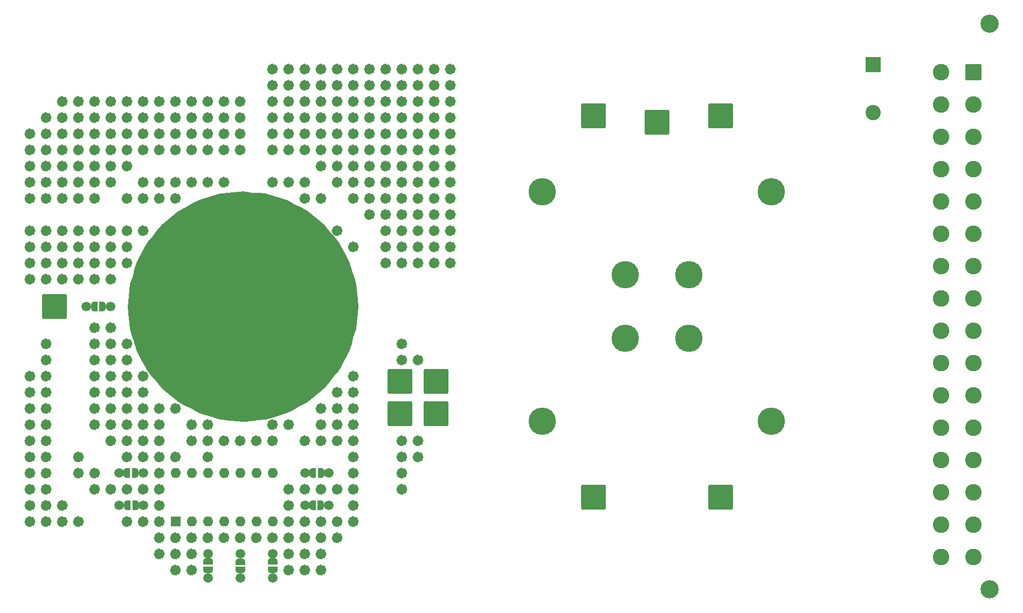
<source format=gbr>
%TF.GenerationSoftware,KiCad,Pcbnew,(6.0.0)*%
%TF.CreationDate,2022-01-14T12:57:49+01:00*%
%TF.ProjectId,ADRmu,4144526d-752e-46b6-9963-61645f706362,rev?*%
%TF.SameCoordinates,Original*%
%TF.FileFunction,Soldermask,Bot*%
%TF.FilePolarity,Negative*%
%FSLAX46Y46*%
G04 Gerber Fmt 4.6, Leading zero omitted, Abs format (unit mm)*
G04 Created by KiCad (PCBNEW (6.0.0)) date 2022-01-14 12:57:49*
%MOMM*%
%LPD*%
G01*
G04 APERTURE LIST*
G04 Aperture macros list*
%AMRoundRect*
0 Rectangle with rounded corners*
0 $1 Rounding radius*
0 $2 $3 $4 $5 $6 $7 $8 $9 X,Y pos of 4 corners*
0 Add a 4 corners polygon primitive as box body*
4,1,4,$2,$3,$4,$5,$6,$7,$8,$9,$2,$3,0*
0 Add four circle primitives for the rounded corners*
1,1,$1+$1,$2,$3*
1,1,$1+$1,$4,$5*
1,1,$1+$1,$6,$7*
1,1,$1+$1,$8,$9*
0 Add four rect primitives between the rounded corners*
20,1,$1+$1,$2,$3,$4,$5,0*
20,1,$1+$1,$4,$5,$6,$7,0*
20,1,$1+$1,$6,$7,$8,$9,0*
20,1,$1+$1,$8,$9,$2,$3,0*%
%AMFreePoly0*
4,1,22,0.500000,-0.750000,0.000000,-0.750000,0.000000,-0.745033,-0.079941,-0.743568,-0.215256,-0.701293,-0.333266,-0.622738,-0.424486,-0.514219,-0.481581,-0.384460,-0.499164,-0.250000,-0.500000,-0.250000,-0.500000,0.250000,-0.499164,0.250000,-0.499963,0.256109,-0.478152,0.396186,-0.417904,0.524511,-0.324060,0.630769,-0.204165,0.706417,-0.067858,0.745374,0.000000,0.744959,0.000000,0.750000,
0.500000,0.750000,0.500000,-0.750000,0.500000,-0.750000,$1*%
%AMFreePoly1*
4,1,20,0.000000,0.744959,0.073905,0.744508,0.209726,0.703889,0.328688,0.626782,0.421226,0.519385,0.479903,0.390333,0.500000,0.250000,0.500000,-0.250000,0.499851,-0.262216,0.476331,-0.402017,0.414519,-0.529596,0.319384,-0.634700,0.198574,-0.708877,0.061801,-0.746166,0.000000,-0.745033,0.000000,-0.750000,-0.500000,-0.750000,-0.500000,0.750000,0.000000,0.750000,0.000000,0.744959,
0.000000,0.744959,$1*%
G04 Aperture macros list end*
%ADD10C,0.875000*%
%ADD11C,18.100000*%
%ADD12RoundRect,0.250002X1.699998X1.699998X-1.699998X1.699998X-1.699998X-1.699998X1.699998X-1.699998X0*%
%ADD13C,4.300000*%
%ADD14RoundRect,0.250002X-1.699998X-1.699998X1.699998X-1.699998X1.699998X1.699998X-1.699998X1.699998X0*%
%ADD15C,2.850000*%
%ADD16RoundRect,0.250000X-1.050000X1.050000X-1.050000X-1.050000X1.050000X-1.050000X1.050000X1.050000X0*%
%ADD17C,2.600000*%
%ADD18C,1.500000*%
%ADD19R,2.400000X2.400000*%
%ADD20C,2.400000*%
%ADD21O,1.200000X1.600000*%
%ADD22O,1.200000X1.200000*%
%ADD23R,1.600000X1.600000*%
%ADD24O,1.600000X1.600000*%
%ADD25FreePoly0,180.000000*%
%ADD26FreePoly1,180.000000*%
%ADD27FreePoly0,270.000000*%
%ADD28FreePoly1,270.000000*%
%ADD29FreePoly0,0.000000*%
%ADD30FreePoly1,0.000000*%
G04 APERTURE END LIST*
D10*
X84572500Y-72840000D02*
G75*
G03*
X84572500Y-72840000I-437500J0D01*
G01*
X135372500Y-121100000D02*
G75*
G03*
X135372500Y-121100000I-437500J0D01*
G01*
X79492500Y-95700000D02*
G75*
G03*
X79492500Y-95700000I-437500J0D01*
G01*
X89652500Y-77920000D02*
G75*
G03*
X89652500Y-77920000I-437500J0D01*
G01*
X107432500Y-67760000D02*
G75*
G03*
X107432500Y-67760000I-437500J0D01*
G01*
X89652500Y-118560000D02*
G75*
G03*
X89652500Y-118560000I-437500J0D01*
G01*
X115052500Y-118560000D02*
G75*
G03*
X115052500Y-118560000I-437500J0D01*
G01*
X142992500Y-75380000D02*
G75*
G03*
X142992500Y-75380000I-437500J0D01*
G01*
X140452500Y-67760000D02*
G75*
G03*
X140452500Y-67760000I-437500J0D01*
G01*
X132832500Y-75380000D02*
G75*
G03*
X132832500Y-75380000I-437500J0D01*
G01*
X127752500Y-128720000D02*
G75*
G03*
X127752500Y-128720000I-437500J0D01*
G01*
X122672500Y-116020000D02*
G75*
G03*
X122672500Y-116020000I-437500J0D01*
G01*
X140452500Y-90620000D02*
G75*
G03*
X140452500Y-90620000I-437500J0D01*
G01*
X94732500Y-118560000D02*
G75*
G03*
X94732500Y-118560000I-437500J0D01*
G01*
X117592500Y-133800000D02*
G75*
G03*
X117592500Y-133800000I-437500J0D01*
G01*
X122672500Y-141420000D02*
G75*
G03*
X122672500Y-141420000I-437500J0D01*
G01*
X117592500Y-72840000D02*
G75*
G03*
X117592500Y-72840000I-437500J0D01*
G01*
X140452500Y-62680000D02*
G75*
G03*
X140452500Y-62680000I-437500J0D01*
G01*
X127752500Y-75380000D02*
G75*
G03*
X127752500Y-75380000I-437500J0D01*
G01*
X140452500Y-70300000D02*
G75*
G03*
X140452500Y-70300000I-437500J0D01*
G01*
X102352500Y-138880000D02*
G75*
G03*
X102352500Y-138880000I-437500J0D01*
G01*
X127752500Y-113480000D02*
G75*
G03*
X127752500Y-113480000I-437500J0D01*
G01*
X132832500Y-93160000D02*
G75*
G03*
X132832500Y-93160000I-437500J0D01*
G01*
X122672500Y-62680000D02*
G75*
G03*
X122672500Y-62680000I-437500J0D01*
G01*
X87112500Y-126180000D02*
G75*
G03*
X87112500Y-126180000I-437500J0D01*
G01*
X79492500Y-123640000D02*
G75*
G03*
X79492500Y-123640000I-437500J0D01*
G01*
X120132500Y-72840000D02*
G75*
G03*
X120132500Y-72840000I-437500J0D01*
G01*
X76952500Y-75380000D02*
G75*
G03*
X76952500Y-75380000I-437500J0D01*
G01*
X120132500Y-136340000D02*
G75*
G03*
X120132500Y-136340000I-437500J0D01*
G01*
X109972500Y-136340000D02*
G75*
G03*
X109972500Y-136340000I-437500J0D01*
G01*
X99812500Y-141420000D02*
G75*
G03*
X99812500Y-141420000I-437500J0D01*
G01*
X84572500Y-93160000D02*
G75*
G03*
X84572500Y-93160000I-437500J0D01*
G01*
X87112500Y-116020000D02*
G75*
G03*
X87112500Y-116020000I-437500J0D01*
G01*
X117592500Y-131260000D02*
G75*
G03*
X117592500Y-131260000I-437500J0D01*
G01*
X127752500Y-72840000D02*
G75*
G03*
X127752500Y-72840000I-437500J0D01*
G01*
X122672500Y-75380000D02*
G75*
G03*
X122672500Y-75380000I-437500J0D01*
G01*
X127752500Y-126180000D02*
G75*
G03*
X127752500Y-126180000I-437500J0D01*
G01*
X140452500Y-88080000D02*
G75*
G03*
X140452500Y-88080000I-437500J0D01*
G01*
X140452500Y-72840000D02*
G75*
G03*
X140452500Y-72840000I-437500J0D01*
G01*
X79492500Y-80460000D02*
G75*
G03*
X79492500Y-80460000I-437500J0D01*
G01*
X84572500Y-80460000D02*
G75*
G03*
X84572500Y-80460000I-437500J0D01*
G01*
X104892500Y-75380000D02*
G75*
G03*
X104892500Y-75380000I-437500J0D01*
G01*
X97272500Y-121100000D02*
G75*
G03*
X97272500Y-121100000I-437500J0D01*
G01*
X137912500Y-108400000D02*
G75*
G03*
X137912500Y-108400000I-437500J0D01*
G01*
X137912500Y-80460000D02*
G75*
G03*
X137912500Y-80460000I-437500J0D01*
G01*
X99812500Y-67760000D02*
G75*
G03*
X99812500Y-67760000I-437500J0D01*
G01*
X97272500Y-70300000D02*
G75*
G03*
X97272500Y-70300000I-437500J0D01*
G01*
X135372500Y-90620000D02*
G75*
G03*
X135372500Y-90620000I-437500J0D01*
G01*
X142992500Y-88080000D02*
G75*
G03*
X142992500Y-88080000I-437500J0D01*
G01*
X109972500Y-121100000D02*
G75*
G03*
X109972500Y-121100000I-437500J0D01*
G01*
X135372500Y-85540000D02*
G75*
G03*
X135372500Y-85540000I-437500J0D01*
G01*
X135372500Y-108400000D02*
G75*
G03*
X135372500Y-108400000I-437500J0D01*
G01*
X89652500Y-72840000D02*
G75*
G03*
X89652500Y-72840000I-437500J0D01*
G01*
X135372500Y-93160000D02*
G75*
G03*
X135372500Y-93160000I-437500J0D01*
G01*
X97272500Y-126180000D02*
G75*
G03*
X97272500Y-126180000I-437500J0D01*
G01*
X102352500Y-118560000D02*
G75*
G03*
X102352500Y-118560000I-437500J0D01*
G01*
X137912500Y-62680000D02*
G75*
G03*
X137912500Y-62680000I-437500J0D01*
G01*
X132832500Y-90620000D02*
G75*
G03*
X132832500Y-90620000I-437500J0D01*
G01*
X142992500Y-62680000D02*
G75*
G03*
X142992500Y-62680000I-437500J0D01*
G01*
X127752500Y-133800000D02*
G75*
G03*
X127752500Y-133800000I-437500J0D01*
G01*
X89652500Y-88080000D02*
G75*
G03*
X89652500Y-88080000I-437500J0D01*
G01*
X142992500Y-77920000D02*
G75*
G03*
X142992500Y-77920000I-437500J0D01*
G01*
X89652500Y-103320000D02*
G75*
G03*
X89652500Y-103320000I-437500J0D01*
G01*
X79492500Y-118560000D02*
G75*
G03*
X79492500Y-118560000I-437500J0D01*
G01*
X142992500Y-70300000D02*
G75*
G03*
X142992500Y-70300000I-437500J0D01*
G01*
X94732500Y-75380000D02*
G75*
G03*
X94732500Y-75380000I-437500J0D01*
G01*
X94732500Y-88080000D02*
G75*
G03*
X94732500Y-88080000I-437500J0D01*
G01*
X102352500Y-141420000D02*
G75*
G03*
X102352500Y-141420000I-437500J0D01*
G01*
X87112500Y-90620000D02*
G75*
G03*
X87112500Y-90620000I-437500J0D01*
G01*
X76952500Y-90620000D02*
G75*
G03*
X76952500Y-90620000I-437500J0D01*
G01*
X127752500Y-110940000D02*
G75*
G03*
X127752500Y-110940000I-437500J0D01*
G01*
X89652500Y-93160000D02*
G75*
G03*
X89652500Y-93160000I-437500J0D01*
G01*
X79492500Y-131260000D02*
G75*
G03*
X79492500Y-131260000I-437500J0D01*
G01*
X87112500Y-93160000D02*
G75*
G03*
X87112500Y-93160000I-437500J0D01*
G01*
X82032500Y-67760000D02*
G75*
G03*
X82032500Y-67760000I-437500J0D01*
G01*
X82032500Y-80460000D02*
G75*
G03*
X82032500Y-80460000I-437500J0D01*
G01*
X125212500Y-128720000D02*
G75*
G03*
X125212500Y-128720000I-437500J0D01*
G01*
X125212500Y-80460000D02*
G75*
G03*
X125212500Y-80460000I-437500J0D01*
G01*
X94732500Y-72840000D02*
G75*
G03*
X94732500Y-72840000I-437500J0D01*
G01*
X140452500Y-85540000D02*
G75*
G03*
X140452500Y-85540000I-437500J0D01*
G01*
X117592500Y-70300000D02*
G75*
G03*
X117592500Y-70300000I-437500J0D01*
G01*
X130292500Y-70300000D02*
G75*
G03*
X130292500Y-70300000I-437500J0D01*
G01*
X135372500Y-67760000D02*
G75*
G03*
X135372500Y-67760000I-437500J0D01*
G01*
X102352500Y-80460000D02*
G75*
G03*
X102352500Y-80460000I-437500J0D01*
G01*
X127752500Y-80460000D02*
G75*
G03*
X127752500Y-80460000I-437500J0D01*
G01*
X89652500Y-113480000D02*
G75*
G03*
X89652500Y-113480000I-437500J0D01*
G01*
X97272500Y-75380000D02*
G75*
G03*
X97272500Y-75380000I-437500J0D01*
G01*
X132832500Y-67760000D02*
G75*
G03*
X132832500Y-67760000I-437500J0D01*
G01*
X84572500Y-70300000D02*
G75*
G03*
X84572500Y-70300000I-437500J0D01*
G01*
X127752500Y-67760000D02*
G75*
G03*
X127752500Y-67760000I-437500J0D01*
G01*
X135372500Y-128720000D02*
G75*
G03*
X135372500Y-128720000I-437500J0D01*
G01*
X92192500Y-90620000D02*
G75*
G03*
X92192500Y-90620000I-437500J0D01*
G01*
X125212500Y-75380000D02*
G75*
G03*
X125212500Y-75380000I-437500J0D01*
G01*
X99812500Y-75380000D02*
G75*
G03*
X99812500Y-75380000I-437500J0D01*
G01*
X120132500Y-80460000D02*
G75*
G03*
X120132500Y-80460000I-437500J0D01*
G01*
X107432500Y-75380000D02*
G75*
G03*
X107432500Y-75380000I-437500J0D01*
G01*
X87112500Y-75380000D02*
G75*
G03*
X87112500Y-75380000I-437500J0D01*
G01*
X135372500Y-105860000D02*
G75*
G03*
X135372500Y-105860000I-437500J0D01*
G01*
X94732500Y-67760000D02*
G75*
G03*
X94732500Y-67760000I-437500J0D01*
G01*
X89652500Y-80460000D02*
G75*
G03*
X89652500Y-80460000I-437500J0D01*
G01*
X115052500Y-75380000D02*
G75*
G03*
X115052500Y-75380000I-437500J0D01*
G01*
X89652500Y-116020000D02*
G75*
G03*
X89652500Y-116020000I-437500J0D01*
G01*
X94732500Y-133800000D02*
G75*
G03*
X94732500Y-133800000I-437500J0D01*
G01*
X127752500Y-121100000D02*
G75*
G03*
X127752500Y-121100000I-437500J0D01*
G01*
X94732500Y-103320000D02*
G75*
G03*
X94732500Y-103320000I-437500J0D01*
G01*
X135372500Y-65220000D02*
G75*
G03*
X135372500Y-65220000I-437500J0D01*
G01*
X97272500Y-128720000D02*
G75*
G03*
X97272500Y-128720000I-437500J0D01*
G01*
X137912500Y-88080000D02*
G75*
G03*
X137912500Y-88080000I-437500J0D01*
G01*
X127752500Y-83000000D02*
G75*
G03*
X127752500Y-83000000I-437500J0D01*
G01*
X87112500Y-103320000D02*
G75*
G03*
X87112500Y-103320000I-437500J0D01*
G01*
X94732500Y-110940000D02*
G75*
G03*
X94732500Y-110940000I-437500J0D01*
G01*
X84572500Y-67760000D02*
G75*
G03*
X84572500Y-67760000I-437500J0D01*
G01*
X127752500Y-131260000D02*
G75*
G03*
X127752500Y-131260000I-437500J0D01*
G01*
X125212500Y-116020000D02*
G75*
G03*
X125212500Y-116020000I-437500J0D01*
G01*
X125212500Y-88080000D02*
G75*
G03*
X125212500Y-88080000I-437500J0D01*
G01*
X135372500Y-75380000D02*
G75*
G03*
X135372500Y-75380000I-437500J0D01*
G01*
X130292500Y-85540000D02*
G75*
G03*
X130292500Y-85540000I-437500J0D01*
G01*
X82032500Y-70300000D02*
G75*
G03*
X82032500Y-70300000I-437500J0D01*
G01*
X92192500Y-93160000D02*
G75*
G03*
X92192500Y-93160000I-437500J0D01*
G01*
X120132500Y-138880000D02*
G75*
G03*
X120132500Y-138880000I-437500J0D01*
G01*
X109972500Y-72840000D02*
G75*
G03*
X109972500Y-72840000I-437500J0D01*
G01*
X79492500Y-105860000D02*
G75*
G03*
X79492500Y-105860000I-437500J0D01*
G01*
X102352500Y-121100000D02*
G75*
G03*
X102352500Y-121100000I-437500J0D01*
G01*
X130292500Y-77920000D02*
G75*
G03*
X130292500Y-77920000I-437500J0D01*
G01*
X115052500Y-70300000D02*
G75*
G03*
X115052500Y-70300000I-437500J0D01*
G01*
X125212500Y-65220000D02*
G75*
G03*
X125212500Y-65220000I-437500J0D01*
G01*
X142992500Y-93160000D02*
G75*
G03*
X142992500Y-93160000I-437500J0D01*
G01*
X87112500Y-72840000D02*
G75*
G03*
X87112500Y-72840000I-437500J0D01*
G01*
X122672500Y-72840000D02*
G75*
G03*
X122672500Y-72840000I-437500J0D01*
G01*
X120132500Y-121100000D02*
G75*
G03*
X120132500Y-121100000I-437500J0D01*
G01*
X99812500Y-116020000D02*
G75*
G03*
X99812500Y-116020000I-437500J0D01*
G01*
X99812500Y-136340000D02*
G75*
G03*
X99812500Y-136340000I-437500J0D01*
G01*
X120132500Y-62680000D02*
G75*
G03*
X120132500Y-62680000I-437500J0D01*
G01*
X127752500Y-123640000D02*
G75*
G03*
X127752500Y-123640000I-437500J0D01*
G01*
X135372500Y-77920000D02*
G75*
G03*
X135372500Y-77920000I-437500J0D01*
G01*
X87112500Y-95700000D02*
G75*
G03*
X87112500Y-95700000I-437500J0D01*
G01*
X120132500Y-75380000D02*
G75*
G03*
X120132500Y-75380000I-437500J0D01*
G01*
X132832500Y-72840000D02*
G75*
G03*
X132832500Y-72840000I-437500J0D01*
G01*
X104892500Y-136340000D02*
G75*
G03*
X104892500Y-136340000I-437500J0D01*
G01*
X130292500Y-80460000D02*
G75*
G03*
X130292500Y-80460000I-437500J0D01*
G01*
X127752500Y-62680000D02*
G75*
G03*
X127752500Y-62680000I-437500J0D01*
G01*
X109972500Y-70300000D02*
G75*
G03*
X109972500Y-70300000I-437500J0D01*
G01*
X120132500Y-141420000D02*
G75*
G03*
X120132500Y-141420000I-437500J0D01*
G01*
X99812500Y-72840000D02*
G75*
G03*
X99812500Y-72840000I-437500J0D01*
G01*
X132832500Y-88080000D02*
G75*
G03*
X132832500Y-88080000I-437500J0D01*
G01*
X79492500Y-108400000D02*
G75*
G03*
X79492500Y-108400000I-437500J0D01*
G01*
X117592500Y-80460000D02*
G75*
G03*
X117592500Y-80460000I-437500J0D01*
G01*
X107432500Y-136340000D02*
G75*
G03*
X107432500Y-136340000I-437500J0D01*
G01*
X122672500Y-70300000D02*
G75*
G03*
X122672500Y-70300000I-437500J0D01*
G01*
X107432500Y-80460000D02*
G75*
G03*
X107432500Y-80460000I-437500J0D01*
G01*
X122672500Y-65220000D02*
G75*
G03*
X122672500Y-65220000I-437500J0D01*
G01*
X82032500Y-95700000D02*
G75*
G03*
X82032500Y-95700000I-437500J0D01*
G01*
X122672500Y-67760000D02*
G75*
G03*
X122672500Y-67760000I-437500J0D01*
G01*
X115052500Y-62680000D02*
G75*
G03*
X115052500Y-62680000I-437500J0D01*
G01*
X132832500Y-65220000D02*
G75*
G03*
X132832500Y-65220000I-437500J0D01*
G01*
X132832500Y-80460000D02*
G75*
G03*
X132832500Y-80460000I-437500J0D01*
G01*
X87112500Y-105860000D02*
G75*
G03*
X87112500Y-105860000I-437500J0D01*
G01*
X89652500Y-95700000D02*
G75*
G03*
X89652500Y-95700000I-437500J0D01*
G01*
X107432500Y-121100000D02*
G75*
G03*
X107432500Y-121100000I-437500J0D01*
G01*
X115052500Y-65220000D02*
G75*
G03*
X115052500Y-65220000I-437500J0D01*
G01*
X92192500Y-116020000D02*
G75*
G03*
X92192500Y-116020000I-437500J0D01*
G01*
X125212500Y-133800000D02*
G75*
G03*
X125212500Y-133800000I-437500J0D01*
G01*
X92192500Y-121100000D02*
G75*
G03*
X92192500Y-121100000I-437500J0D01*
G01*
X84572500Y-123640000D02*
G75*
G03*
X84572500Y-123640000I-437500J0D01*
G01*
X135372500Y-88080000D02*
G75*
G03*
X135372500Y-88080000I-437500J0D01*
G01*
X137912500Y-83000000D02*
G75*
G03*
X137912500Y-83000000I-437500J0D01*
G01*
X82032500Y-75380000D02*
G75*
G03*
X82032500Y-75380000I-437500J0D01*
G01*
X92192500Y-133800000D02*
G75*
G03*
X92192500Y-133800000I-437500J0D01*
G01*
X76952500Y-126180000D02*
G75*
G03*
X76952500Y-126180000I-437500J0D01*
G01*
X117592500Y-67760000D02*
G75*
G03*
X117592500Y-67760000I-437500J0D01*
G01*
X140452500Y-77920000D02*
G75*
G03*
X140452500Y-77920000I-437500J0D01*
G01*
X122672500Y-133800000D02*
G75*
G03*
X122672500Y-133800000I-437500J0D01*
G01*
X132832500Y-85540000D02*
G75*
G03*
X132832500Y-85540000I-437500J0D01*
G01*
X142992500Y-85540000D02*
G75*
G03*
X142992500Y-85540000I-437500J0D01*
G01*
X142992500Y-80460000D02*
G75*
G03*
X142992500Y-80460000I-437500J0D01*
G01*
X127752500Y-70300000D02*
G75*
G03*
X127752500Y-70300000I-437500J0D01*
G01*
X140452500Y-83000000D02*
G75*
G03*
X140452500Y-83000000I-437500J0D01*
G01*
X132832500Y-83000000D02*
G75*
G03*
X132832500Y-83000000I-437500J0D01*
G01*
X92192500Y-108400000D02*
G75*
G03*
X92192500Y-108400000I-437500J0D01*
G01*
D11*
X119050000Y-100000000D02*
G75*
G03*
X119050000Y-100000000I-9050000J0D01*
G01*
D10*
X137912500Y-65220000D02*
G75*
G03*
X137912500Y-65220000I-437500J0D01*
G01*
X102352500Y-136340000D02*
G75*
G03*
X102352500Y-136340000I-437500J0D01*
G01*
X97272500Y-136340000D02*
G75*
G03*
X97272500Y-136340000I-437500J0D01*
G01*
X92192500Y-70300000D02*
G75*
G03*
X92192500Y-70300000I-437500J0D01*
G01*
X102352500Y-70300000D02*
G75*
G03*
X102352500Y-70300000I-437500J0D01*
G01*
X79492500Y-90620000D02*
G75*
G03*
X79492500Y-90620000I-437500J0D01*
G01*
X87112500Y-80460000D02*
G75*
G03*
X87112500Y-80460000I-437500J0D01*
G01*
X82032500Y-72840000D02*
G75*
G03*
X82032500Y-72840000I-437500J0D01*
G01*
X94732500Y-116020000D02*
G75*
G03*
X94732500Y-116020000I-437500J0D01*
G01*
X82032500Y-93160000D02*
G75*
G03*
X82032500Y-93160000I-437500J0D01*
G01*
X97272500Y-72840000D02*
G75*
G03*
X97272500Y-72840000I-437500J0D01*
G01*
X120132500Y-67760000D02*
G75*
G03*
X120132500Y-67760000I-437500J0D01*
G01*
X125212500Y-113480000D02*
G75*
G03*
X125212500Y-113480000I-437500J0D01*
G01*
X84572500Y-126180000D02*
G75*
G03*
X84572500Y-126180000I-437500J0D01*
G01*
X99812500Y-83000000D02*
G75*
G03*
X99812500Y-83000000I-437500J0D01*
G01*
X104892500Y-121100000D02*
G75*
G03*
X104892500Y-121100000I-437500J0D01*
G01*
X76952500Y-88080000D02*
G75*
G03*
X76952500Y-88080000I-437500J0D01*
G01*
X125212500Y-72840000D02*
G75*
G03*
X125212500Y-72840000I-437500J0D01*
G01*
X135372500Y-72840000D02*
G75*
G03*
X135372500Y-72840000I-437500J0D01*
G01*
X82032500Y-83000000D02*
G75*
G03*
X82032500Y-83000000I-437500J0D01*
G01*
X135372500Y-70300000D02*
G75*
G03*
X135372500Y-70300000I-437500J0D01*
G01*
X79492500Y-121100000D02*
G75*
G03*
X79492500Y-121100000I-437500J0D01*
G01*
X142992500Y-65220000D02*
G75*
G03*
X142992500Y-65220000I-437500J0D01*
G01*
X84572500Y-88080000D02*
G75*
G03*
X84572500Y-88080000I-437500J0D01*
G01*
X137912500Y-93160000D02*
G75*
G03*
X137912500Y-93160000I-437500J0D01*
G01*
X92192500Y-75380000D02*
G75*
G03*
X92192500Y-75380000I-437500J0D01*
G01*
X120132500Y-70300000D02*
G75*
G03*
X120132500Y-70300000I-437500J0D01*
G01*
X92192500Y-83000000D02*
G75*
G03*
X92192500Y-83000000I-437500J0D01*
G01*
X79492500Y-93160000D02*
G75*
G03*
X79492500Y-93160000I-437500J0D01*
G01*
X120132500Y-133800000D02*
G75*
G03*
X120132500Y-133800000I-437500J0D01*
G01*
X76952500Y-131260000D02*
G75*
G03*
X76952500Y-131260000I-437500J0D01*
G01*
X87112500Y-83000000D02*
G75*
G03*
X87112500Y-83000000I-437500J0D01*
G01*
X94732500Y-83000000D02*
G75*
G03*
X94732500Y-83000000I-437500J0D01*
G01*
X97272500Y-138880000D02*
G75*
G03*
X97272500Y-138880000I-437500J0D01*
G01*
X125212500Y-62680000D02*
G75*
G03*
X125212500Y-62680000I-437500J0D01*
G01*
X84572500Y-133800000D02*
G75*
G03*
X84572500Y-133800000I-437500J0D01*
G01*
X97272500Y-116020000D02*
G75*
G03*
X97272500Y-116020000I-437500J0D01*
G01*
X92192500Y-105860000D02*
G75*
G03*
X92192500Y-105860000I-437500J0D01*
G01*
X112512500Y-121100000D02*
G75*
G03*
X112512500Y-121100000I-437500J0D01*
G01*
X104892500Y-123640000D02*
G75*
G03*
X104892500Y-123640000I-437500J0D01*
G01*
X112512500Y-136340000D02*
G75*
G03*
X112512500Y-136340000I-437500J0D01*
G01*
X117592500Y-62680000D02*
G75*
G03*
X117592500Y-62680000I-437500J0D01*
G01*
X102352500Y-72840000D02*
G75*
G03*
X102352500Y-72840000I-437500J0D01*
G01*
X135372500Y-123640000D02*
G75*
G03*
X135372500Y-123640000I-437500J0D01*
G01*
X127752500Y-90620000D02*
G75*
G03*
X127752500Y-90620000I-437500J0D01*
G01*
X99812500Y-138880000D02*
G75*
G03*
X99812500Y-138880000I-437500J0D01*
G01*
X125212500Y-121100000D02*
G75*
G03*
X125212500Y-121100000I-437500J0D01*
G01*
X79492500Y-88080000D02*
G75*
G03*
X79492500Y-88080000I-437500J0D01*
G01*
X140452500Y-93160000D02*
G75*
G03*
X140452500Y-93160000I-437500J0D01*
G01*
X142992500Y-90620000D02*
G75*
G03*
X142992500Y-90620000I-437500J0D01*
G01*
X89652500Y-108400000D02*
G75*
G03*
X89652500Y-108400000I-437500J0D01*
G01*
X130292500Y-72840000D02*
G75*
G03*
X130292500Y-72840000I-437500J0D01*
G01*
X82032500Y-133800000D02*
G75*
G03*
X82032500Y-133800000I-437500J0D01*
G01*
X76952500Y-80460000D02*
G75*
G03*
X76952500Y-80460000I-437500J0D01*
G01*
X115052500Y-136340000D02*
G75*
G03*
X115052500Y-136340000I-437500J0D01*
G01*
X94732500Y-121100000D02*
G75*
G03*
X94732500Y-121100000I-437500J0D01*
G01*
X130292500Y-83000000D02*
G75*
G03*
X130292500Y-83000000I-437500J0D01*
G01*
X137912500Y-123640000D02*
G75*
G03*
X137912500Y-123640000I-437500J0D01*
G01*
X127752500Y-77920000D02*
G75*
G03*
X127752500Y-77920000I-437500J0D01*
G01*
X122672500Y-138880000D02*
G75*
G03*
X122672500Y-138880000I-437500J0D01*
G01*
X137912500Y-77920000D02*
G75*
G03*
X137912500Y-77920000I-437500J0D01*
G01*
X79492500Y-70300000D02*
G75*
G03*
X79492500Y-70300000I-437500J0D01*
G01*
X97272500Y-133800000D02*
G75*
G03*
X97272500Y-133800000I-437500J0D01*
G01*
X99812500Y-80460000D02*
G75*
G03*
X99812500Y-80460000I-437500J0D01*
G01*
X132832500Y-62680000D02*
G75*
G03*
X132832500Y-62680000I-437500J0D01*
G01*
X76952500Y-128720000D02*
G75*
G03*
X76952500Y-128720000I-437500J0D01*
G01*
X89652500Y-90620000D02*
G75*
G03*
X89652500Y-90620000I-437500J0D01*
G01*
X125212500Y-77920000D02*
G75*
G03*
X125212500Y-77920000I-437500J0D01*
G01*
X117592500Y-75380000D02*
G75*
G03*
X117592500Y-75380000I-437500J0D01*
G01*
X89652500Y-105860000D02*
G75*
G03*
X89652500Y-105860000I-437500J0D01*
G01*
X76952500Y-116020000D02*
G75*
G03*
X76952500Y-116020000I-437500J0D01*
G01*
X137912500Y-70300000D02*
G75*
G03*
X137912500Y-70300000I-437500J0D01*
G01*
X89652500Y-75380000D02*
G75*
G03*
X89652500Y-75380000I-437500J0D01*
G01*
X107432500Y-72840000D02*
G75*
G03*
X107432500Y-72840000I-437500J0D01*
G01*
X94732500Y-128720000D02*
G75*
G03*
X94732500Y-128720000I-437500J0D01*
G01*
X92192500Y-88080000D02*
G75*
G03*
X92192500Y-88080000I-437500J0D01*
G01*
X76952500Y-77920000D02*
G75*
G03*
X76952500Y-77920000I-437500J0D01*
G01*
X92192500Y-72840000D02*
G75*
G03*
X92192500Y-72840000I-437500J0D01*
G01*
X135372500Y-83000000D02*
G75*
G03*
X135372500Y-83000000I-437500J0D01*
G01*
X140452500Y-75380000D02*
G75*
G03*
X140452500Y-75380000I-437500J0D01*
G01*
X99812500Y-123640000D02*
G75*
G03*
X99812500Y-123640000I-437500J0D01*
G01*
X76952500Y-95700000D02*
G75*
G03*
X76952500Y-95700000I-437500J0D01*
G01*
X79492500Y-113480000D02*
G75*
G03*
X79492500Y-113480000I-437500J0D01*
G01*
X125212500Y-67760000D02*
G75*
G03*
X125212500Y-67760000I-437500J0D01*
G01*
X104892500Y-72840000D02*
G75*
G03*
X104892500Y-72840000I-437500J0D01*
G01*
X104892500Y-80460000D02*
G75*
G03*
X104892500Y-80460000I-437500J0D01*
G01*
X122672500Y-136340000D02*
G75*
G03*
X122672500Y-136340000I-437500J0D01*
G01*
X135372500Y-126180000D02*
G75*
G03*
X135372500Y-126180000I-437500J0D01*
G01*
X115052500Y-67760000D02*
G75*
G03*
X115052500Y-67760000I-437500J0D01*
G01*
X84572500Y-90620000D02*
G75*
G03*
X84572500Y-90620000I-437500J0D01*
G01*
X117592500Y-128720000D02*
G75*
G03*
X117592500Y-128720000I-437500J0D01*
G01*
X79492500Y-77920000D02*
G75*
G03*
X79492500Y-77920000I-437500J0D01*
G01*
X76952500Y-123640000D02*
G75*
G03*
X76952500Y-123640000I-437500J0D01*
G01*
X120132500Y-65220000D02*
G75*
G03*
X120132500Y-65220000I-437500J0D01*
G01*
X142992500Y-67760000D02*
G75*
G03*
X142992500Y-67760000I-437500J0D01*
G01*
X76952500Y-118560000D02*
G75*
G03*
X76952500Y-118560000I-437500J0D01*
G01*
X122672500Y-77920000D02*
G75*
G03*
X122672500Y-77920000I-437500J0D01*
G01*
X115052500Y-80460000D02*
G75*
G03*
X115052500Y-80460000I-437500J0D01*
G01*
X127752500Y-118560000D02*
G75*
G03*
X127752500Y-118560000I-437500J0D01*
G01*
X130292500Y-62680000D02*
G75*
G03*
X130292500Y-62680000I-437500J0D01*
G01*
X142992500Y-83000000D02*
G75*
G03*
X142992500Y-83000000I-437500J0D01*
G01*
X76952500Y-121100000D02*
G75*
G03*
X76952500Y-121100000I-437500J0D01*
G01*
X84572500Y-75380000D02*
G75*
G03*
X84572500Y-75380000I-437500J0D01*
G01*
X76952500Y-113480000D02*
G75*
G03*
X76952500Y-113480000I-437500J0D01*
G01*
X79492500Y-72840000D02*
G75*
G03*
X79492500Y-72840000I-437500J0D01*
G01*
X89652500Y-128720000D02*
G75*
G03*
X89652500Y-128720000I-437500J0D01*
G01*
X87112500Y-70300000D02*
G75*
G03*
X87112500Y-70300000I-437500J0D01*
G01*
X92192500Y-113480000D02*
G75*
G03*
X92192500Y-113480000I-437500J0D01*
G01*
X82032500Y-88080000D02*
G75*
G03*
X82032500Y-88080000I-437500J0D01*
G01*
X127752500Y-65220000D02*
G75*
G03*
X127752500Y-65220000I-437500J0D01*
G01*
X79492500Y-126180000D02*
G75*
G03*
X79492500Y-126180000I-437500J0D01*
G01*
X79492500Y-133800000D02*
G75*
G03*
X79492500Y-133800000I-437500J0D01*
G01*
X79492500Y-75380000D02*
G75*
G03*
X79492500Y-75380000I-437500J0D01*
G01*
X117592500Y-141420000D02*
G75*
G03*
X117592500Y-141420000I-437500J0D01*
G01*
X115052500Y-121100000D02*
G75*
G03*
X115052500Y-121100000I-437500J0D01*
G01*
X94732500Y-113480000D02*
G75*
G03*
X94732500Y-113480000I-437500J0D01*
G01*
X84572500Y-83000000D02*
G75*
G03*
X84572500Y-83000000I-437500J0D01*
G01*
X76952500Y-133800000D02*
G75*
G03*
X76952500Y-133800000I-437500J0D01*
G01*
X132832500Y-70300000D02*
G75*
G03*
X132832500Y-70300000I-437500J0D01*
G01*
X82032500Y-131260000D02*
G75*
G03*
X82032500Y-131260000I-437500J0D01*
G01*
X97272500Y-118560000D02*
G75*
G03*
X97272500Y-118560000I-437500J0D01*
G01*
X97272500Y-123640000D02*
G75*
G03*
X97272500Y-123640000I-437500J0D01*
G01*
X125212500Y-136340000D02*
G75*
G03*
X125212500Y-136340000I-437500J0D01*
G01*
X79492500Y-116020000D02*
G75*
G03*
X79492500Y-116020000I-437500J0D01*
G01*
X137912500Y-85540000D02*
G75*
G03*
X137912500Y-85540000I-437500J0D01*
G01*
X89652500Y-121100000D02*
G75*
G03*
X89652500Y-121100000I-437500J0D01*
G01*
X122672500Y-118560000D02*
G75*
G03*
X122672500Y-118560000I-437500J0D01*
G01*
X87112500Y-88080000D02*
G75*
G03*
X87112500Y-88080000I-437500J0D01*
G01*
X94732500Y-80460000D02*
G75*
G03*
X94732500Y-80460000I-437500J0D01*
G01*
X76952500Y-72840000D02*
G75*
G03*
X76952500Y-72840000I-437500J0D01*
G01*
X137912500Y-75380000D02*
G75*
G03*
X137912500Y-75380000I-437500J0D01*
G01*
X82032500Y-77920000D02*
G75*
G03*
X82032500Y-77920000I-437500J0D01*
G01*
X87112500Y-110940000D02*
G75*
G03*
X87112500Y-110940000I-437500J0D01*
G01*
X97272500Y-67760000D02*
G75*
G03*
X97272500Y-67760000I-437500J0D01*
G01*
X94732500Y-70300000D02*
G75*
G03*
X94732500Y-70300000I-437500J0D01*
G01*
X92192500Y-77920000D02*
G75*
G03*
X92192500Y-77920000I-437500J0D01*
G01*
X140452500Y-80460000D02*
G75*
G03*
X140452500Y-80460000I-437500J0D01*
G01*
X122672500Y-121100000D02*
G75*
G03*
X122672500Y-121100000I-437500J0D01*
G01*
X76952500Y-83000000D02*
G75*
G03*
X76952500Y-83000000I-437500J0D01*
G01*
X130292500Y-75380000D02*
G75*
G03*
X130292500Y-75380000I-437500J0D01*
G01*
X104892500Y-67760000D02*
G75*
G03*
X104892500Y-67760000I-437500J0D01*
G01*
X94732500Y-105860000D02*
G75*
G03*
X94732500Y-105860000I-437500J0D01*
G01*
X130292500Y-67760000D02*
G75*
G03*
X130292500Y-67760000I-437500J0D01*
G01*
X130292500Y-65220000D02*
G75*
G03*
X130292500Y-65220000I-437500J0D01*
G01*
X102352500Y-67760000D02*
G75*
G03*
X102352500Y-67760000I-437500J0D01*
G01*
X79492500Y-110940000D02*
G75*
G03*
X79492500Y-110940000I-437500J0D01*
G01*
X117592500Y-138880000D02*
G75*
G03*
X117592500Y-138880000I-437500J0D01*
G01*
X140452500Y-65220000D02*
G75*
G03*
X140452500Y-65220000I-437500J0D01*
G01*
X135372500Y-80460000D02*
G75*
G03*
X135372500Y-80460000I-437500J0D01*
G01*
X109972500Y-75380000D02*
G75*
G03*
X109972500Y-75380000I-437500J0D01*
G01*
X137912500Y-121100000D02*
G75*
G03*
X137912500Y-121100000I-437500J0D01*
G01*
X122672500Y-83000000D02*
G75*
G03*
X122672500Y-83000000I-437500J0D01*
G01*
X84572500Y-95700000D02*
G75*
G03*
X84572500Y-95700000I-437500J0D01*
G01*
X117592500Y-136340000D02*
G75*
G03*
X117592500Y-136340000I-437500J0D01*
G01*
X127752500Y-116020000D02*
G75*
G03*
X127752500Y-116020000I-437500J0D01*
G01*
X87112500Y-128720000D02*
G75*
G03*
X87112500Y-128720000I-437500J0D01*
G01*
X76952500Y-110940000D02*
G75*
G03*
X76952500Y-110940000I-437500J0D01*
G01*
X107432500Y-70300000D02*
G75*
G03*
X107432500Y-70300000I-437500J0D01*
G01*
X87112500Y-118560000D02*
G75*
G03*
X87112500Y-118560000I-437500J0D01*
G01*
X135372500Y-62680000D02*
G75*
G03*
X135372500Y-62680000I-437500J0D01*
G01*
X89652500Y-67760000D02*
G75*
G03*
X89652500Y-67760000I-437500J0D01*
G01*
X99812500Y-70300000D02*
G75*
G03*
X99812500Y-70300000I-437500J0D01*
G01*
X87112500Y-108400000D02*
G75*
G03*
X87112500Y-108400000I-437500J0D01*
G01*
X92192500Y-128720000D02*
G75*
G03*
X92192500Y-128720000I-437500J0D01*
G01*
X94732500Y-123640000D02*
G75*
G03*
X94732500Y-123640000I-437500J0D01*
G01*
X120132500Y-83000000D02*
G75*
G03*
X120132500Y-83000000I-437500J0D01*
G01*
X122672500Y-128720000D02*
G75*
G03*
X122672500Y-128720000I-437500J0D01*
G01*
X102352500Y-75380000D02*
G75*
G03*
X102352500Y-75380000I-437500J0D01*
G01*
X97272500Y-83000000D02*
G75*
G03*
X97272500Y-83000000I-437500J0D01*
G01*
X87112500Y-67760000D02*
G75*
G03*
X87112500Y-67760000I-437500J0D01*
G01*
X115052500Y-72840000D02*
G75*
G03*
X115052500Y-72840000I-437500J0D01*
G01*
X125212500Y-118560000D02*
G75*
G03*
X125212500Y-118560000I-437500J0D01*
G01*
X117592500Y-65220000D02*
G75*
G03*
X117592500Y-65220000I-437500J0D01*
G01*
X89652500Y-110940000D02*
G75*
G03*
X89652500Y-110940000I-437500J0D01*
G01*
X92192500Y-67760000D02*
G75*
G03*
X92192500Y-67760000I-437500J0D01*
G01*
X92192500Y-123640000D02*
G75*
G03*
X92192500Y-123640000I-437500J0D01*
G01*
X142992500Y-72840000D02*
G75*
G03*
X142992500Y-72840000I-437500J0D01*
G01*
X76952500Y-93160000D02*
G75*
G03*
X76952500Y-93160000I-437500J0D01*
G01*
X79492500Y-128720000D02*
G75*
G03*
X79492500Y-128720000I-437500J0D01*
G01*
X137912500Y-67760000D02*
G75*
G03*
X137912500Y-67760000I-437500J0D01*
G01*
X92192500Y-118560000D02*
G75*
G03*
X92192500Y-118560000I-437500J0D01*
G01*
X79492500Y-83000000D02*
G75*
G03*
X79492500Y-83000000I-437500J0D01*
G01*
X125212500Y-70300000D02*
G75*
G03*
X125212500Y-70300000I-437500J0D01*
G01*
X87112500Y-77920000D02*
G75*
G03*
X87112500Y-77920000I-437500J0D01*
G01*
X120132500Y-128720000D02*
G75*
G03*
X120132500Y-128720000I-437500J0D01*
G01*
X89652500Y-70300000D02*
G75*
G03*
X89652500Y-70300000I-437500J0D01*
G01*
X84572500Y-77920000D02*
G75*
G03*
X84572500Y-77920000I-437500J0D01*
G01*
X97272500Y-80460000D02*
G75*
G03*
X97272500Y-80460000I-437500J0D01*
G01*
X132832500Y-77920000D02*
G75*
G03*
X132832500Y-77920000I-437500J0D01*
G01*
X87112500Y-113480000D02*
G75*
G03*
X87112500Y-113480000I-437500J0D01*
G01*
X137912500Y-72840000D02*
G75*
G03*
X137912500Y-72840000I-437500J0D01*
G01*
X97272500Y-131260000D02*
G75*
G03*
X97272500Y-131260000I-437500J0D01*
G01*
X109972500Y-67760000D02*
G75*
G03*
X109972500Y-67760000I-437500J0D01*
G01*
X104892500Y-70300000D02*
G75*
G03*
X104892500Y-70300000I-437500J0D01*
G01*
X92192500Y-110940000D02*
G75*
G03*
X92192500Y-110940000I-437500J0D01*
G01*
X137912500Y-90620000D02*
G75*
G03*
X137912500Y-90620000I-437500J0D01*
G01*
X117592500Y-118560000D02*
G75*
G03*
X117592500Y-118560000I-437500J0D01*
G01*
X104892500Y-118560000D02*
G75*
G03*
X104892500Y-118560000I-437500J0D01*
G01*
X82032500Y-90620000D02*
G75*
G03*
X82032500Y-90620000I-437500J0D01*
G01*
D12*
%TO.C,J305*%
X185000000Y-130000000D03*
%TD*%
D13*
%TO.C,H303*%
X157000000Y-118000000D03*
%TD*%
D14*
%TO.C,J301*%
X185000000Y-70000000D03*
%TD*%
D13*
%TO.C,H306*%
X170000000Y-95000000D03*
%TD*%
D15*
%TO.C,J1*%
X227240000Y-144450000D03*
X227240000Y-55550000D03*
D16*
X224700000Y-63170000D03*
D17*
X224700000Y-68250000D03*
X224700000Y-73330000D03*
X224700000Y-78410000D03*
X224700000Y-83490000D03*
X224700000Y-88570000D03*
X224700000Y-93650000D03*
X224700000Y-98730000D03*
X224700000Y-103810000D03*
X224700000Y-108890000D03*
X224700000Y-113970000D03*
X224700000Y-119050000D03*
X224700000Y-124130000D03*
X224700000Y-129210000D03*
X224700000Y-134290000D03*
X224700000Y-139370000D03*
X219620000Y-63170000D03*
X219620000Y-68250000D03*
X219620000Y-73330000D03*
X219620000Y-78410000D03*
X219620000Y-83490000D03*
X219620000Y-88570000D03*
X219620000Y-93650000D03*
X219620000Y-98730000D03*
X219620000Y-103810000D03*
X219620000Y-108890000D03*
X219620000Y-113970000D03*
X219620000Y-119050000D03*
X219620000Y-124130000D03*
X219620000Y-129210000D03*
X219620000Y-134290000D03*
X219620000Y-139370000D03*
%TD*%
D18*
%TO.C,R211*%
X119695000Y-126180000D03*
X123495000Y-126180000D03*
%TD*%
%TO.C,R216*%
X114615000Y-138880000D03*
X114615000Y-142680000D03*
%TD*%
D13*
%TO.C,H304*%
X170000000Y-105000000D03*
%TD*%
D14*
%TO.C,J6*%
X140335000Y-111760000D03*
%TD*%
D18*
%TO.C,R206*%
X104455000Y-138880000D03*
X104455000Y-142680000D03*
%TD*%
%TO.C,R212*%
X94295000Y-131260000D03*
X90495000Y-131260000D03*
%TD*%
D13*
%TO.C,H302*%
X180000000Y-105000000D03*
%TD*%
D19*
%TO.C,C302*%
X209000000Y-62000000D03*
D20*
X209000000Y-69500000D03*
%TD*%
D18*
%TO.C,R219*%
X109535000Y-138880000D03*
X109535000Y-142680000D03*
%TD*%
D13*
%TO.C,H301*%
X193000000Y-118000000D03*
%TD*%
D14*
%TO.C,J4*%
X80375000Y-100000000D03*
%TD*%
%TO.C,J2*%
X134620000Y-111760000D03*
%TD*%
D13*
%TO.C,H308*%
X180000000Y-95000000D03*
%TD*%
D14*
%TO.C,J3*%
X134620000Y-116840000D03*
%TD*%
D21*
%TO.C,U202*%
X110000000Y-97085000D03*
D22*
X107935248Y-97940248D03*
X107080000Y-100005000D03*
X107935248Y-102069752D03*
X110000000Y-102925000D03*
X112064752Y-102069752D03*
X112920000Y-100005000D03*
X112064752Y-97940248D03*
%TD*%
D14*
%TO.C,J302*%
X175000000Y-71000000D03*
%TD*%
D18*
%TO.C,R215*%
X89175000Y-100000000D03*
X85375000Y-100000000D03*
%TD*%
D23*
%TO.C,RN201*%
X99375000Y-133800000D03*
D24*
X101915000Y-133800000D03*
X104455000Y-133800000D03*
X106995000Y-133800000D03*
X109535000Y-133800000D03*
X112075000Y-133800000D03*
X114615000Y-133800000D03*
X114615000Y-126180000D03*
X112075000Y-126180000D03*
X109535000Y-126180000D03*
X106995000Y-126180000D03*
X104455000Y-126180000D03*
X101915000Y-126180000D03*
X99375000Y-126180000D03*
%TD*%
D12*
%TO.C,J304*%
X165000000Y-130000000D03*
%TD*%
D18*
%TO.C,R209*%
X94295000Y-126180000D03*
X90495000Y-126180000D03*
%TD*%
D14*
%TO.C,J7*%
X140335000Y-116840000D03*
%TD*%
D18*
%TO.C,R205*%
X119695000Y-131260000D03*
X123495000Y-131260000D03*
%TD*%
D13*
%TO.C,H305*%
X157000000Y-82000000D03*
%TD*%
%TO.C,H307*%
X193000000Y-82000000D03*
%TD*%
D14*
%TO.C,J303*%
X165000000Y-70000000D03*
%TD*%
D25*
%TO.C,JP212*%
X93107500Y-131260000D03*
D26*
X91807500Y-131260000D03*
%TD*%
D25*
%TO.C,JP215*%
X87925000Y-100000000D03*
D26*
X86625000Y-100000000D03*
%TD*%
D27*
%TO.C,JP216*%
X114615000Y-140067500D03*
D28*
X114615000Y-141367500D03*
%TD*%
D25*
%TO.C,JP209*%
X93045000Y-126180000D03*
D26*
X91745000Y-126180000D03*
%TD*%
D27*
%TO.C,JP219*%
X109535000Y-140130000D03*
D28*
X109535000Y-141430000D03*
%TD*%
D29*
%TO.C,JP205*%
X120929500Y-131260000D03*
D30*
X122229500Y-131260000D03*
%TD*%
D27*
%TO.C,JP206*%
X104455000Y-140067500D03*
D28*
X104455000Y-141367500D03*
%TD*%
D29*
%TO.C,JP211*%
X120945000Y-126180000D03*
D30*
X122245000Y-126180000D03*
%TD*%
M02*

</source>
